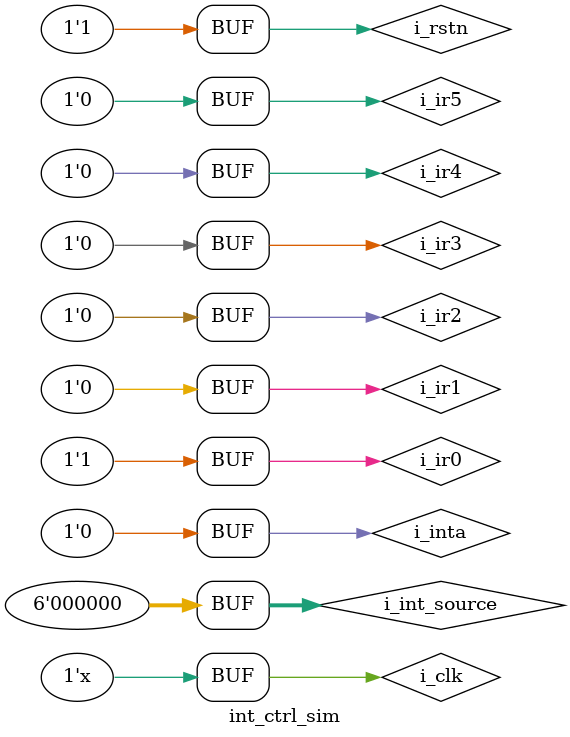
<source format=v>
`timescale 1ns / 1ps


module int_ctrl_sim(

    );
    reg i_clk = 0;
    reg i_rstn = 0;
    reg i_inta = 0;
    reg i_ir0 = 0;
    reg i_ir1 = 0;
    reg i_ir2 = 0;
    reg i_ir3 = 0;
    reg i_ir4 = 0;
    reg i_ir5 = 0;
    
    reg [5:0] i_int_source = 0;
    
    wire o_inta0;
    wire o_inta1;
    wire o_inta2;
    wire o_inta3;
    wire o_inta4;
    wire o_inta5;
    
    wire o_intr;
    wire [5:0] o_int_source;
    
    int_ctrl INT_CTRL_TEST(
    	i_clk,
    	i_rstn,
    	i_inta,
    	i_int_source,
    	i_ir0,
    	i_ir1,
    	i_ir2,
    	i_ir3,
    	i_ir4,
    	i_ir5,
    	o_inta0,
    	o_inta1,
    	o_inta2,
    	o_inta3,
    	o_inta4,
    	o_inta5,
    	o_intr,
    	o_int_source
    	);
    	
    initial begin
    	#5 i_rstn = 1;
    	#15
    	#5  i_ir0 = 1;
    	#10	i_inta = 1; i_int_source = 5'b1;
    	#10 i_inta = 0; i_int_source = 5'b0;
    end
    
    always #5 i_clk = ~i_clk;
endmodule

</source>
